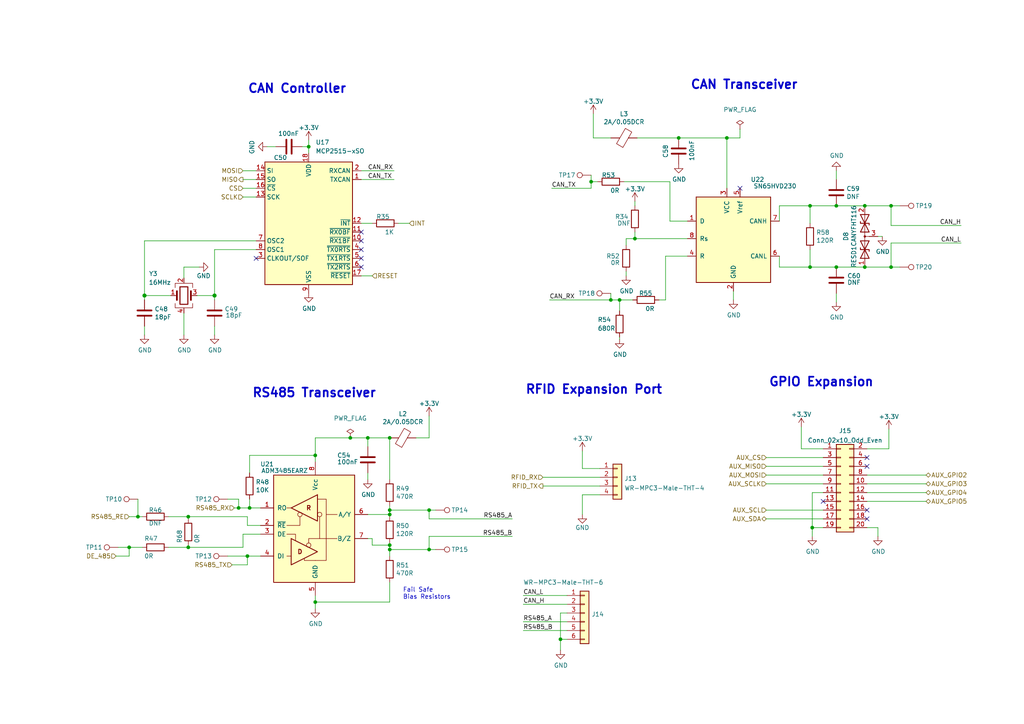
<source format=kicad_sch>
(kicad_sch (version 20211123) (generator eeschema)
  (paper "A4")
  (title_block (title "Yak") (date "2022-02-01") (rev "2") (company "Pionix GmbH") (comment 1 "Cornelius Claussen"))
  (lib_symbols
    (symbol "Connector:TestPoint" (pin_numbers hide) (pin_names (offset 0.762) hide)
      (property "Reference" "TP" (at 0 6.858 0))
      (property "Value" "TestPoint" (at 0 5.08 0))
      (symbol "TestPoint_0_1"
        (circle (center 0 3.302) (radius 0.762))
      )
      (symbol "TestPoint_1_1"
        (pin passive line (at 0 0 90) (length 2.54) (name "1") (number "1"))
      )
    )
    (symbol "Connector_Generic:Conn_01x04" (pin_names (offset 1.016) hide)
      (property "Reference" "J" (at 0 5.08 0))
      (property "Value" "Conn_01x04" (at 0 -7.62 0))
      (symbol "Conn_01x04_1_1"
        (rectangle (start -1.27 -4.953) (end 0 -5.207) (stroke (width 0.1524)))
        (rectangle (start -1.27 -2.413) (end 0 -2.667) (stroke (width 0.1524)))
        (rectangle (start -1.27 0.127) (end 0 -0.127) (stroke (width 0.1524)))
        (rectangle (start -1.27 2.667) (end 0 2.413) (stroke (width 0.1524)))
        (rectangle (start -1.27 3.81) (end 1.27 -6.35) (stroke (width 0.254)) (fill (type background)))
        (pin passive line (at -5.08 2.54 0) (length 3.81) (name "Pin_1") (number "1"))
        (pin passive line (at -5.08 0 0) (length 3.81) (name "Pin_2") (number "2"))
        (pin passive line (at -5.08 -2.54 0) (length 3.81) (name "Pin_3") (number "3"))
        (pin passive line (at -5.08 -5.08 0) (length 3.81) (name "Pin_4") (number "4"))
      )
    )
    (symbol "Connector_Generic:Conn_01x06" (pin_names (offset 1.016) hide)
      (property "Reference" "J" (at 0 7.62 0))
      (property "Value" "Conn_01x06" (at 0 -10.16 0))
      (symbol "Conn_01x06_1_1"
        (rectangle (start -1.27 -7.493) (end 0 -7.747) (stroke (width 0.1524)))
        (rectangle (start -1.27 -4.953) (end 0 -5.207) (stroke (width 0.1524)))
        (rectangle (start -1.27 -2.413) (end 0 -2.667) (stroke (width 0.1524)))
        (rectangle (start -1.27 0.127) (end 0 -0.127) (stroke (width 0.1524)))
        (rectangle (start -1.27 2.667) (end 0 2.413) (stroke (width 0.1524)))
        (rectangle (start -1.27 5.207) (end 0 4.953) (stroke (width 0.1524)))
        (rectangle (start -1.27 6.35) (end 1.27 -8.89) (stroke (width 0.254)) (fill (type background)))
        (pin passive line (at -5.08 5.08 0) (length 3.81) (name "Pin_1") (number "1"))
        (pin passive line (at -5.08 2.54 0) (length 3.81) (name "Pin_2") (number "2"))
        (pin passive line (at -5.08 0 0) (length 3.81) (name "Pin_3") (number "3"))
        (pin passive line (at -5.08 -2.54 0) (length 3.81) (name "Pin_4") (number "4"))
        (pin passive line (at -5.08 -5.08 0) (length 3.81) (name "Pin_5") (number "5"))
        (pin passive line (at -5.08 -7.62 0) (length 3.81) (name "Pin_6") (number "6"))
      )
    )
    (symbol "Connector_Generic:Conn_02x10_Odd_Even" (pin_names (offset 1.016) hide)
      (property "Reference" "J" (at 1.27 12.7 0))
      (property "Value" "Conn_02x10_Odd_Even" (at 1.27 -15.24 0))
      (symbol "Conn_02x10_Odd_Even_1_1"
        (rectangle (start -1.27 -12.573) (end 0 -12.827) (stroke (width 0.1524)))
        (rectangle (start -1.27 -10.033) (end 0 -10.287) (stroke (width 0.1524)))
        (rectangle (start -1.27 -7.493) (end 0 -7.747) (stroke (width 0.1524)))
        (rectangle (start -1.27 -4.953) (end 0 -5.207) (stroke (width 0.1524)))
        (rectangle (start -1.27 -2.413) (end 0 -2.667) (stroke (width 0.1524)))
        (rectangle (start -1.27 0.127) (end 0 -0.127) (stroke (width 0.1524)))
        (rectangle (start -1.27 2.667) (end 0 2.413) (stroke (width 0.1524)))
        (rectangle (start -1.27 5.207) (end 0 4.953) (stroke (width 0.1524)))
        (rectangle (start -1.27 7.747) (end 0 7.493) (stroke (width 0.1524)))
        (rectangle (start -1.27 10.287) (end 0 10.033) (stroke (width 0.1524)))
        (rectangle (start -1.27 11.43) (end 3.81 -13.97) (stroke (width 0.254)) (fill (type background)))
        (rectangle (start 3.81 -12.573) (end 2.54 -12.827) (stroke (width 0.1524)))
        (rectangle (start 3.81 -10.033) (end 2.54 -10.287) (stroke (width 0.1524)))
        (rectangle (start 3.81 -7.493) (end 2.54 -7.747) (stroke (width 0.1524)))
        (rectangle (start 3.81 -4.953) (end 2.54 -5.207) (stroke (width 0.1524)))
        (rectangle (start 3.81 -2.413) (end 2.54 -2.667) (stroke (width 0.1524)))
        (rectangle (start 3.81 0.127) (end 2.54 -0.127) (stroke (width 0.1524)))
        (rectangle (start 3.81 2.667) (end 2.54 2.413) (stroke (width 0.1524)))
        (rectangle (start 3.81 5.207) (end 2.54 4.953) (stroke (width 0.1524)))
        (rectangle (start 3.81 7.747) (end 2.54 7.493) (stroke (width 0.1524)))
        (rectangle (start 3.81 10.287) (end 2.54 10.033) (stroke (width 0.1524)))
        (pin passive line (at -5.08 10.16 0) (length 3.81) (name "Pin_1") (number "1"))
        (pin passive line (at 7.62 0 180) (length 3.81) (name "Pin_10") (number "10"))
        (pin passive line (at -5.08 -2.54 0) (length 3.81) (name "Pin_11") (number "11"))
        (pin passive line (at 7.62 -2.54 180) (length 3.81) (name "Pin_12") (number "12"))
        (pin passive line (at -5.08 -5.08 0) (length 3.81) (name "Pin_13") (number "13"))
        (pin passive line (at 7.62 -5.08 180) (length 3.81) (name "Pin_14") (number "14"))
        (pin passive line (at -5.08 -7.62 0) (length 3.81) (name "Pin_15") (number "15"))
        (pin passive line (at 7.62 -7.62 180) (length 3.81) (name "Pin_16") (number "16"))
        (pin passive line (at -5.08 -10.16 0) (length 3.81) (name "Pin_17") (number "17"))
        (pin passive line (at 7.62 -10.16 180) (length 3.81) (name "Pin_18") (number "18"))
        (pin passive line (at -5.08 -12.7 0) (length 3.81) (name "Pin_19") (number "19"))
        (pin passive line (at 7.62 10.16 180) (length 3.81) (name "Pin_2") (number "2"))
        (pin passive line (at 7.62 -12.7 180) (length 3.81) (name "Pin_20") (number "20"))
        (pin passive line (at -5.08 7.62 0) (length 3.81) (name "Pin_3") (number "3"))
        (pin passive line (at 7.62 7.62 180) (length 3.81) (name "Pin_4") (number "4"))
        (pin passive line (at -5.08 5.08 0) (length 3.81) (name "Pin_5") (number "5"))
        (pin passive line (at 7.62 5.08 180) (length 3.81) (name "Pin_6") (number "6"))
        (pin passive line (at -5.08 2.54 0) (length 3.81) (name "Pin_7") (number "7"))
        (pin passive line (at 7.62 2.54 180) (length 3.81) (name "Pin_8") (number "8"))
        (pin passive line (at -5.08 0 0) (length 3.81) (name "Pin_9") (number "9"))
      )
    )
    (symbol "Device:C" (pin_numbers hide) (pin_names (offset 0.254))
      (property "Reference" "C" (at 0.635 2.54 0))
      (property "Value" "C" (at 0.635 -2.54 0))
      (symbol "C_0_1"
        (polyline (pts (xy -2.032 -0.762) (xy 2.032 -0.762)) (stroke (width 0.508)))
        (polyline (pts (xy -2.032 0.762) (xy 2.032 0.762)) (stroke (width 0.508)))
      )
      (symbol "C_1_1"
        (pin passive line (at 0 3.81 270) (length 2.794) (name "~") (number "1"))
        (pin passive line (at 0 -3.81 90) (length 2.794) (name "~") (number "2"))
      )
    )
    (symbol "Device:Crystal_GND24" (pin_names (offset 1.016) hide)
      (property "Reference" "Y" (at 3.175 5.08 0))
      (property "Value" "Crystal_GND24" (at 3.175 3.175 0))
      (symbol "Crystal_GND24_0_1"
        (rectangle (start -1.143 2.54) (end 1.143 -2.54) (stroke (width 0.3048)))
        (polyline (pts (xy -2.54 0) (xy -2.032 0)))
        (polyline (pts (xy -2.032 -1.27) (xy -2.032 1.27)) (stroke (width 0.508)))
        (polyline (pts (xy 0 -3.81) (xy 0 -3.556)))
        (polyline (pts (xy 0 3.556) (xy 0 3.81)))
        (polyline (pts (xy 2.032 -1.27) (xy 2.032 1.27)) (stroke (width 0.508)))
        (polyline (pts (xy 2.032 0) (xy 2.54 0)))
        (polyline (pts (xy -2.54 -2.286) (xy -2.54 -3.556) (xy 2.54 -3.556) (xy 2.54 -2.286)))
        (polyline (pts (xy -2.54 2.286) (xy -2.54 3.556) (xy 2.54 3.556) (xy 2.54 2.286)))
      )
      (symbol "Crystal_GND24_1_1"
        (pin passive line (at -3.81 0 0) (length 1.27) (name "1") (number "1"))
        (pin passive line (at 0 5.08 270) (length 1.27) (name "2") (number "2"))
        (pin passive line (at 3.81 0 180) (length 1.27) (name "3") (number "3"))
        (pin passive line (at 0 -5.08 90) (length 1.27) (name "4") (number "4"))
      )
    )
    (symbol "Device:D_TVS_Dual_AAC" (pin_names (offset 1.016) hide)
      (property "Reference" "D" (at 0 4.445 0))
      (property "Value" "D_TVS_Dual_AAC" (at 0 2.54 0))
      (symbol "D_TVS_Dual_AAC_0_0"
        (polyline (pts (xy 0 -1.27) (xy 0 0)))
      )
      (symbol "D_TVS_Dual_AAC_0_1"
        (polyline (pts (xy -6.35 0) (xy 6.35 0)))
        (polyline (pts (xy -3.302 1.27) (xy -3.81 1.27) (xy -3.81 -1.27) (xy -4.318 -1.27)) (stroke (width 0.254)))
        (polyline (pts (xy 4.318 1.27) (xy 3.81 1.27) (xy 3.81 -1.27) (xy 3.302 -1.27)) (stroke (width 0.254)))
        (polyline (pts (xy -6.35 1.27) (xy -1.27 -1.27) (xy -1.27 1.27) (xy -6.35 -1.27) (xy -6.35 1.27)) (stroke (width 0.254)))
        (polyline (pts (xy 6.35 1.27) (xy 1.27 -1.27) (xy 1.27 1.27) (xy 6.35 -1.27) (xy 6.35 1.27)) (stroke (width 0.254)))
        (circle (center 0 0) (radius 0.254) (fill (type outline)))
      )
      (symbol "D_TVS_Dual_AAC_1_1"
        (pin passive line (at -8.89 0 0) (length 2.54) (name "A1") (number "1"))
        (pin passive line (at 8.89 0 180) (length 2.54) (name "A2") (number "2"))
        (pin input line (at 0 -3.81 90) (length 2.54) (name "common") (number "3"))
      )
    )
    (symbol "Device:FerriteBead" (pin_numbers hide) (pin_names (offset 0))
      (property "Reference" "FB" (at -3.81 0.635 90))
      (property "Value" "FerriteBead" (at 3.81 0 90))
      (symbol "FerriteBead_0_1"
        (polyline (pts (xy 0 -1.27) (xy 0 -1.2192)))
        (polyline (pts (xy 0 1.27) (xy 0 1.2954)))
        (polyline (pts (xy -2.7686 0.4064) (xy -1.7018 2.2606) (xy 2.7686 -0.3048) (xy 1.6764 -2.159) (xy -2.7686 0.4064)))
      )
      (symbol "FerriteBead_1_1"
        (pin passive line (at 0 3.81 270) (length 2.54) (name "~") (number "1"))
        (pin passive line (at 0 -3.81 90) (length 2.54) (name "~") (number "2"))
      )
    )
    (symbol "Device:R" (pin_numbers hide) (pin_names (offset 0))
      (property "Reference" "R" (at 2.032 0 90))
      (property "Value" "R" (at 0 0 90))
      (symbol "R_0_1"
        (rectangle (start -1.016 -2.54) (end 1.016 2.54) (stroke (width 0.254)))
      )
      (symbol "R_1_1"
        (pin passive line (at 0 3.81 270) (length 1.27) (name "~") (number "1"))
        (pin passive line (at 0 -3.81 90) (length 1.27) (name "~") (number "2"))
      )
    )
    (symbol "Interface_CAN_LIN:MCP2515-xSO"
      (property "Reference" "U" (at -10.16 19.685 0))
      (property "Value" "MCP2515-xSO" (at 19.05 20.32 0))
      (symbol "MCP2515-xSO_0_1"
        (rectangle (start -12.7 17.78) (end 12.7 -17.78) (stroke (width 0.254)) (fill (type background)))
      )
      (symbol "MCP2515-xSO_1_1"
        (pin output line (at 15.24 12.7 180) (length 2.54) (name "TXCAN") (number "1"))
        (pin output line (at 15.24 -5.08 180) (length 2.54) (name "~{RX1BF}") (number "10"))
        (pin output line (at 15.24 -2.54 180) (length 2.54) (name "~{RX0BF}") (number "11"))
        (pin output line (at 15.24 0 180) (length 2.54) (name "~{INT}") (number "12"))
        (pin input line (at -15.24 7.62 0) (length 2.54) (name "SCK") (number "13"))
        (pin input line (at -15.24 15.24 0) (length 2.54) (name "SI") (number "14"))
        (pin output line (at -15.24 12.7 0) (length 2.54) (name "SO") (number "15"))
        (pin input line (at -15.24 10.16 0) (length 2.54) (name "~{CS}") (number "16"))
        (pin input line (at 15.24 -15.24 180) (length 2.54) (name "~{RESET}") (number "17"))
        (pin power_in line (at 0 20.32 270) (length 2.54) (name "VDD") (number "18"))
        (pin input line (at 15.24 15.24 180) (length 2.54) (name "RXCAN") (number "2"))
        (pin output line (at -15.24 -10.16 0) (length 2.54) (name "CLKOUT/SOF") (number "3"))
        (pin input line (at 15.24 -7.62 180) (length 2.54) (name "~{TX0RTS}") (number "4"))
        (pin input line (at 15.24 -10.16 180) (length 2.54) (name "~{TX1RTS}") (number "5"))
        (pin input line (at 15.24 -12.7 180) (length 2.54) (name "~{TX2RTS}") (number "6"))
        (pin output line (at -15.24 -5.08 0) (length 2.54) (name "OSC2") (number "7"))
        (pin input line (at -15.24 -7.62 0) (length 2.54) (name "OSC1") (number "8"))
        (pin power_in line (at 0 -20.32 90) (length 2.54) (name "VSS") (number "9"))
      )
    )
    (symbol "Pionix:ISL83485" (pin_names (offset 1.016))
      (property "Reference" "U21" (at -13.97 20.32 0))
      (property "Value" "ISL83485" (at -8.89 18.415 0))
      (symbol "ISL83485_0_0"
        (text "D" (at -4.445 -5.08 0) (effects (font (size 1.27 1.27) bold)))
        (text "R" (at -1.905 7.62 0) (effects (font (size 1.27 1.27) bold)))
      )
      (symbol "ISL83485_0_1"
        (rectangle (start -12.065 17.145) (end 11.43 -13.97) (stroke (width 0.254)) (fill (type background)))
        (polyline (pts (xy -8.255 -6.35) (xy -6.985 -6.35)))
        (polyline (pts (xy -6.985 7.62) (xy -8.255 7.62)))
        (polyline (pts (xy 1.27 -1.27) (xy 6.35 -1.27)))
        (polyline (pts (xy 3.175 -6.35) (xy 3.175 -2.54)))
        (polyline (pts (xy 3.175 -2.54) (xy 3.175 10.16)))
        (polyline (pts (xy -5.715 -1.905) (xy -5.715 0) (xy -8.255 0)))
        (polyline (pts (xy -4.445 5.08) (xy -4.445 2.54) (xy -8.255 2.54)))
        (polyline (pts (xy 0 -7.62) (xy -3.175 -7.62) (xy -3.175 -6.985)))
        (polyline (pts (xy 3.175 -6.35) (xy 3.175 -7.62) (xy 0 -7.62)))
        (polyline (pts (xy 3.175 10.16) (xy 0.635 10.16) (xy 0.635 10.16)))
        (polyline (pts (xy 1.27 5.08) (xy 1.27 -1.27) (xy -1.905 -1.27) (xy -1.905 -2.54)))
        (polyline (pts (xy -6.985 -1.27) (xy -6.985 -8.89) (xy 0.635 -5.08) (xy -6.985 -1.27) (xy -6.985 -1.27)) (stroke (width 0.254)))
        (polyline (pts (xy 0.635 11.43) (xy 0.635 3.81) (xy -6.985 7.62) (xy 0.635 11.43) (xy 0.635 11.43)) (stroke (width 0.254)))
        (circle (center 1.27 5.715) (radius 0.635))
        (rectangle (start 3.175 5.715) (end 6.35 5.715))
      )
      (symbol "ISL83485_1_1"
        (circle (center -4.445 5.715) (radius 0.635))
        (circle (center -1.905 -3.175) (radius 0.635))
        (pin output line (at -15.875 7.62 0) (length 3.81) (name "RO") (number "1"))
        (pin input line (at -15.875 2.54 0) (length 3.81) (name "~{RE}") (number "2"))
        (pin input line (at -15.875 0 0) (length 3.81) (name "DE") (number "3"))
        (pin input line (at -15.875 -6.35 0) (length 3.81) (name "DI") (number "4"))
        (pin power_in line (at 0 -17.78 90) (length 3.81) (name "GND") (number "5"))
        (pin output line (at 15.24 5.715 180) (length 3.81) (name "A/Y") (number "6"))
        (pin input line (at 15.24 -1.27 180) (length 3.81) (name "B/Z") (number "7"))
        (pin power_in line (at 0 20.955 270) (length 3.81) (name "Vcc") (number "8"))
      )
    )
    (symbol "Pionix:SN65HVD230" (pin_names (offset 1.016))
      (property "Reference" "U22" (at 6.985 17.145 0))
      (property "Value" "SN65HVD230" (at 12.065 15.24 0))
      (symbol "SN65HVD230_0_1"
        (rectangle (start -10.795 12.065) (end 10.795 -12.7) (stroke (width 0.254)) (fill (type background)))
      )
      (symbol "SN65HVD230_1_1"
        (pin input line (at -13.335 5.08 0) (length 2.54) (name "D") (number "1"))
        (pin power_in line (at 0 -15.24 90) (length 2.54) (name "GND") (number "2"))
        (pin power_in line (at -1.905 14.605 270) (length 2.54) (name "VCC") (number "3"))
        (pin output line (at -13.335 -5.08 0) (length 2.54) (name "R") (number "4"))
        (pin output line (at 1.905 14.605 270) (length 2.54) (name "Vref") (number "5"))
        (pin bidirectional line (at 13.335 -5.08 180) (length 2.54) (name "CANL") (number "6"))
        (pin bidirectional line (at 13.335 5.08 180) (length 2.54) (name "CANH") (number "7"))
        (pin input line (at -13.335 0 0) (length 2.54) (name "Rs") (number "8"))
      )
    )
    (symbol "power:+3.3V" (power) (pin_names (offset 0))
      (property "Value" "+3.3V" (at 0 3.556 0))
      (symbol "+3.3V_0_1"
        (polyline (pts (xy -0.762 1.27) (xy 0 2.54)))
        (polyline (pts (xy 0 0) (xy 0 2.54)))
        (polyline (pts (xy 0 2.54) (xy 0.762 1.27)))
      )
      (symbol "+3.3V_1_1"
        (pin power_in line (at 0 0 90) (length 0) hide (name "+3.3V") (number "1"))
      )
    )
    (symbol "power:GND" (power) (pin_names (offset 0))
      (property "Value" "GND" (at 0 -3.81 0))
      (symbol "GND_0_1"
        (polyline (pts (xy 0 0) (xy 0 -1.27) (xy 1.27 -1.27) (xy 0 -2.54) (xy -1.27 -1.27) (xy 0 -1.27)))
      )
      (symbol "GND_1_1"
        (pin power_in line (at 0 0 270) (length 0) hide (name "GND") (number "1"))
      )
    )
    (symbol "power:PWR_FLAG" (power) (pin_numbers hide) (pin_names (offset 0) hide)
      (property "Value" "PWR_FLAG" (at 0 3.81 0))
      (symbol "PWR_FLAG_0_0"
        (pin power_out line (at 0 0 90) (length 0) (name "pwr") (number "1"))
      )
      (symbol "PWR_FLAG_0_1"
        (polyline (pts (xy 0 0) (xy 0 1.27) (xy -1.016 1.905) (xy 0 2.54) (xy 1.016 1.905) (xy 0 1.27)))
      )
    )
  )
  (junction (at 234.95 59.69))
  (junction (at 72.39 147.32))
  (junction (at 258.445 59.69))
  (junction (at 106.68 127))
  (junction (at 242.57 59.69))
  (junction (at 41.91 85.725) (diameter 1.016))
  (junction (at 124.46 147.955))
  (junction (at 113.03 159.385))
  (junction (at 210.82 40.005))
  (junction (at 196.85 40.005))
  (junction (at 71.755 161.29))
  (junction (at 113.03 149.225))
  (junction (at 62.23 85.725) (diameter 1.016))
  (junction (at 177.165 86.995))
  (junction (at 54.61 158.75))
  (junction (at 234.95 77.47))
  (junction (at 162.56 185.42))
  (junction (at 179.705 86.995))
  (junction (at 171.45 52.705))
  (junction (at 113.03 127))
  (junction (at 89.535 42.545))
  (junction (at 113.03 147.955))
  (junction (at 124.46 159.385))
  (junction (at 37.465 158.75))
  (junction (at 91.44 132.08))
  (junction (at 250.825 59.69))
  (junction (at 91.44 174.625))
  (junction (at 242.57 77.47))
  (junction (at 101.6 127))
  (junction (at 54.61 149.86))
  (junction (at 69.215 147.32))
  (junction (at 235.585 153.035))
  (junction (at 40.005 149.86))
  (junction (at 258.445 77.47))
  (junction (at 250.825 77.47))
  (junction (at 113.03 158.115))
  (junction (at 184.15 69.215))
  (no_connect (at 74.295 74.93))
  (no_connect (at 104.775 72.39))
  (no_connect (at 104.775 74.93))
  (no_connect (at 104.775 77.47))
  (no_connect (at 214.63 54.61))
  (no_connect (at 104.775 67.31))
  (no_connect (at 104.775 69.85))
  (no_connect (at 251.46 147.955))
  (no_connect (at 251.46 132.715))
  (no_connect (at 251.46 135.255))
  (no_connect (at 238.76 145.415))
  (no_connect (at 251.46 150.495))
  (wire (pts (xy 191.135 86.995) (xy 193.04 86.995)))
  (wire (pts (xy 179.705 98.425) (xy 179.705 97.79)))
  (wire (pts (xy 222.25 137.795) (xy 238.76 137.795)))
  (wire (pts (xy 104.775 64.77) (xy 107.95 64.77)))
  (wire (pts (xy 113.03 174.625) (xy 113.03 168.91)))
  (wire (pts (xy 151.765 180.34) (xy 164.465 180.34)))
  (wire (pts (xy 124.46 150.495) (xy 124.46 147.955)))
  (wire (pts (xy 104.775 52.07) (xy 114.3 52.07)))
  (wire (pts (xy 54.61 158.75) (xy 70.485 158.75)))
  (wire (pts (xy 184.785 40.005) (xy 196.85 40.005)))
  (wire (pts (xy 234.95 72.39) (xy 234.95 77.47)))
  (wire (pts (xy 151.765 182.88) (xy 164.465 182.88)))
  (wire (pts (xy 113.03 147.955) (xy 113.03 146.685)))
  (wire (pts (xy 232.41 130.175) (xy 238.76 130.175)))
  (wire (pts (xy 232.41 123.825) (xy 232.41 130.175)))
  (wire (pts (xy 210.82 54.61) (xy 210.82 40.005)))
  (wire (pts (xy 151.765 172.72) (xy 164.465 172.72)))
  (wire (pts (xy 124.46 120.65) (xy 124.46 127)))
  (wire (pts (xy 37.465 158.75) (xy 37.465 161.29)))
  (wire (pts (xy 194.31 64.135) (xy 194.31 52.705)))
  (wire (pts (xy 168.91 130.81) (xy 168.91 135.89)))
  (wire (pts (xy 168.91 135.89) (xy 173.99 135.89)))
  (wire (pts (xy 91.44 132.08) (xy 91.44 133.985)))
  (wire (pts (xy 106.68 156.21) (xy 107.95 156.21)))
  (wire (pts (xy 106.68 139.065) (xy 106.68 137.16)))
  (wire (pts (xy 91.44 176.53) (xy 91.44 174.625)))
  (wire (pts (xy 72.39 147.32) (xy 72.39 144.78)))
  (wire (pts (xy 41.91 86.995) (xy 41.91 85.725)))
  (wire (pts (xy 251.46 153.035) (xy 254.635 153.035)))
  (wire (pts (xy 254.635 153.035) (xy 254.635 155.575)))
  (wire (pts (xy 91.44 127) (xy 101.6 127)))
  (wire (pts (xy 72.39 132.08) (xy 91.44 132.08)))
  (wire (pts (xy 250.825 77.47) (xy 242.57 77.47)))
  (wire (pts (xy 66.04 161.29) (xy 71.755 161.29)))
  (wire (pts (xy 242.57 85.09) (xy 242.57 87.63)))
  (wire (pts (xy 70.485 54.61) (xy 74.295 54.61)))
  (wire (pts (xy 113.03 149.225) (xy 113.03 147.955)))
  (wire (pts (xy 234.95 59.69) (xy 234.95 64.77)))
  (wire (pts (xy 107.95 158.115) (xy 113.03 158.115)))
  (wire (pts (xy 70.485 52.07) (xy 74.295 52.07)))
  (wire (pts (xy 87.63 42.545) (xy 89.535 42.545)))
  (wire (pts (xy 69.215 147.32) (xy 72.39 147.32)))
  (wire (pts (xy 181.61 78.74) (xy 181.61 80.01)))
  (wire (pts (xy 120.65 127) (xy 124.46 127)))
  (wire (pts (xy 177.165 40.005) (xy 172.085 40.005)))
  (wire (pts (xy 124.46 159.385) (xy 126.365 159.385)))
  (wire (pts (xy 67.945 147.32) (xy 69.215 147.32)))
  (wire (pts (xy 172.085 33.02) (xy 172.085 40.005)))
  (wire (pts (xy 184.15 67.31) (xy 184.15 69.215)))
  (wire (pts (xy 113.03 159.385) (xy 113.03 158.115)))
  (wire (pts (xy 181.61 69.215) (xy 184.15 69.215)))
  (wire (pts (xy 171.45 50.8) (xy 171.45 52.705)))
  (wire (pts (xy 251.46 145.415) (xy 268.605 145.415)))
  (wire (pts (xy 173.355 52.705) (xy 171.45 52.705)))
  (wire (pts (xy 62.23 94.615) (xy 62.23 97.155)))
  (wire (pts (xy 113.03 127) (xy 113.03 139.065)))
  (wire (pts (xy 258.445 70.485) (xy 258.445 77.47)))
  (wire (pts (xy 278.765 70.485) (xy 258.445 70.485)))
  (wire (pts (xy 54.61 149.86) (xy 54.61 150.495)))
  (wire (pts (xy 222.25 135.255) (xy 238.76 135.255)))
  (wire (pts (xy 222.25 140.335) (xy 238.76 140.335)))
  (wire (pts (xy 41.91 94.615) (xy 41.91 97.155)))
  (wire (pts (xy 226.06 77.47) (xy 234.95 77.47)))
  (wire (pts (xy 234.95 77.47) (xy 242.57 77.47)))
  (wire (pts (xy 258.445 59.69) (xy 258.445 65.405)))
  (wire (pts (xy 258.445 65.405) (xy 278.765 65.405)))
  (wire (pts (xy 113.03 161.29) (xy 113.03 159.385)))
  (wire (pts (xy 74.295 72.39) (xy 62.23 72.39)))
  (wire (pts (xy 75.565 154.94) (xy 70.485 154.94)))
  (wire (pts (xy 71.755 163.83) (xy 71.755 161.29)))
  (wire (pts (xy 162.56 185.42) (xy 164.465 185.42)))
  (wire (pts (xy 162.56 188.595) (xy 162.56 185.42)))
  (wire (pts (xy 57.785 77.47) (xy 53.34 77.47)))
  (wire (pts (xy 70.485 57.15) (xy 74.295 57.15)))
  (wire (pts (xy 106.68 127) (xy 113.03 127)))
  (wire (pts (xy 210.82 40.005) (xy 214.63 40.005)))
  (wire (pts (xy 212.725 86.995) (xy 212.725 84.455)))
  (wire (pts (xy 184.15 58.42) (xy 184.15 59.69)))
  (wire (pts (xy 171.45 54.61) (xy 171.45 52.705)))
  (wire (pts (xy 184.15 69.215) (xy 199.39 69.215)))
  (wire (pts (xy 40.005 149.86) (xy 37.465 149.86)))
  (wire (pts (xy 41.275 149.86) (xy 40.005 149.86)))
  (wire (pts (xy 251.46 140.335) (xy 268.605 140.335)))
  (wire (pts (xy 254.635 68.58) (xy 255.905 68.58)))
  (wire (pts (xy 69.215 144.78) (xy 69.215 147.32)))
  (wire (pts (xy 193.04 74.295) (xy 199.39 74.295)))
  (wire (pts (xy 54.61 149.86) (xy 71.755 149.86)))
  (wire (pts (xy 226.06 59.69) (xy 226.06 64.135)))
  (wire (pts (xy 124.46 155.575) (xy 124.46 159.385)))
  (wire (pts (xy 148.59 155.575) (xy 124.46 155.575)))
  (wire (pts (xy 251.46 130.175) (xy 257.81 130.175)))
  (wire (pts (xy 257.81 124.46) (xy 257.81 130.175)))
  (wire (pts (xy 168.91 143.51) (xy 173.99 143.51)))
  (wire (pts (xy 168.91 149.225) (xy 168.91 143.51)))
  (wire (pts (xy 235.585 153.035) (xy 235.585 155.575)))
  (wire (pts (xy 238.76 153.035) (xy 235.585 153.035)))
  (wire (pts (xy 250.825 59.69) (xy 258.445 59.69)))
  (wire (pts (xy 258.445 59.69) (xy 260.985 59.69)))
  (wire (pts (xy 193.04 74.295) (xy 193.04 86.995)))
  (wire (pts (xy 160.02 54.61) (xy 171.45 54.61)))
  (wire (pts (xy 226.06 59.69) (xy 234.95 59.69)))
  (wire (pts (xy 234.95 59.69) (xy 242.57 59.69)))
  (wire (pts (xy 104.775 49.53) (xy 114.3 49.53)))
  (wire (pts (xy 91.44 174.625) (xy 113.03 174.625)))
  (wire (pts (xy 157.48 138.43) (xy 173.99 138.43)))
  (wire (pts (xy 180.975 52.705) (xy 194.31 52.705)))
  (wire (pts (xy 91.44 127) (xy 91.44 132.08)))
  (wire (pts (xy 66.04 144.78) (xy 69.215 144.78)))
  (wire (pts (xy 34.29 158.75) (xy 37.465 158.75)))
  (wire (pts (xy 40.005 144.78) (xy 40.005 149.86)))
  (wire (pts (xy 41.91 85.725) (xy 49.53 85.725)))
  (wire (pts (xy 113.03 159.385) (xy 124.46 159.385)))
  (wire (pts (xy 251.46 142.875) (xy 268.605 142.875)))
  (wire (pts (xy 48.895 158.75) (xy 54.61 158.75)))
  (wire (pts (xy 250.825 77.47) (xy 258.445 77.47)))
  (wire (pts (xy 258.445 77.47) (xy 260.985 77.47)))
  (wire (pts (xy 101.6 127) (xy 106.68 127)))
  (wire (pts (xy 222.25 147.955) (xy 238.76 147.955)))
  (wire (pts (xy 222.25 150.495) (xy 238.76 150.495)))
  (wire (pts (xy 75.565 152.4) (xy 71.755 152.4)))
  (wire (pts (xy 48.895 149.86) (xy 54.61 149.86)))
  (wire (pts (xy 41.91 69.85) (xy 41.91 85.725)))
  (wire (pts (xy 37.465 161.29) (xy 33.655 161.29)))
  (wire (pts (xy 70.485 158.75) (xy 70.485 154.94)))
  (wire (pts (xy 77.47 42.545) (xy 80.01 42.545)))
  (wire (pts (xy 57.15 85.725) (xy 62.23 85.725)))
  (wire (pts (xy 226.06 74.295) (xy 226.06 77.47)))
  (wire (pts (xy 62.23 72.39) (xy 62.23 85.725)))
  (wire (pts (xy 37.465 158.75) (xy 41.275 158.75)))
  (wire (pts (xy 89.535 42.545) (xy 89.535 44.45)))
  (wire (pts (xy 70.485 49.53) (xy 74.295 49.53)))
  (wire (pts (xy 199.39 64.135) (xy 194.31 64.135)))
  (wire (pts (xy 177.165 86.995) (xy 179.705 86.995)))
  (wire (pts (xy 71.755 161.29) (xy 75.565 161.29)))
  (wire (pts (xy 164.465 177.8) (xy 162.56 177.8)))
  (wire (pts (xy 162.56 177.8) (xy 162.56 185.42)))
  (wire (pts (xy 251.46 137.795) (xy 268.605 137.795)))
  (wire (pts (xy 75.565 147.32) (xy 72.39 147.32)))
  (wire (pts (xy 115.57 64.77) (xy 118.745 64.77)))
  (wire (pts (xy 235.585 142.875) (xy 235.585 153.035)))
  (wire (pts (xy 238.76 142.875) (xy 235.585 142.875)))
  (wire (pts (xy 113.03 149.86) (xy 113.03 149.225)))
  (wire (pts (xy 196.85 40.005) (xy 210.82 40.005)))
  (wire (pts (xy 104.775 80.01) (xy 107.95 80.01)))
  (wire (pts (xy 151.765 175.26) (xy 164.465 175.26)))
  (wire (pts (xy 242.57 52.07) (xy 242.57 49.53)))
  (wire (pts (xy 179.705 86.995) (xy 183.515 86.995)))
  (wire (pts (xy 214.63 40.005) (xy 214.63 37.465)))
  (wire (pts (xy 106.68 129.54) (xy 106.68 127)))
  (wire (pts (xy 124.46 150.495) (xy 148.59 150.495)))
  (wire (pts (xy 53.34 77.47) (xy 53.34 80.645)))
  (wire (pts (xy 157.48 140.97) (xy 173.99 140.97)))
  (wire (pts (xy 41.91 69.85) (xy 74.295 69.85)))
  (wire (pts (xy 177.165 85.09) (xy 177.165 86.995)))
  (wire (pts (xy 53.34 90.805) (xy 53.34 97.155)))
  (wire (pts (xy 124.46 147.955) (xy 126.365 147.955)))
  (wire (pts (xy 62.23 85.725) (xy 62.23 86.995)))
  (wire (pts (xy 159.385 86.995) (xy 177.165 86.995)))
  (wire (pts (xy 222.25 132.715) (xy 238.76 132.715)))
  (wire (pts (xy 107.95 156.21) (xy 107.95 158.115)))
  (wire (pts (xy 91.44 172.72) (xy 91.44 174.625)))
  (wire (pts (xy 72.39 137.16) (xy 72.39 132.08)))
  (wire (pts (xy 71.755 152.4) (xy 71.755 149.86)))
  (wire (pts (xy 113.03 158.115) (xy 113.03 157.48)))
  (wire (pts (xy 181.61 69.215) (xy 181.61 71.12)))
  (wire (pts (xy 113.03 149.225) (xy 106.68 149.225)))
  (wire (pts (xy 179.705 90.17) (xy 179.705 86.995)))
  (wire (pts (xy 54.61 158.75) (xy 54.61 158.115)))
  (wire (pts (xy 113.03 147.955) (xy 124.46 147.955)))
  (wire (pts (xy 89.535 40.64) (xy 89.535 42.545)))
  (wire (pts (xy 250.825 59.69) (xy 242.57 59.69)))
  (wire (pts (xy 67.31 163.83) (xy 71.755 163.83)))
  (text "CAN Controller" (at 71.755 27.305 0) (effects (font (size 2.54 2.54) (thickness 0.508) bold) (justify left bottom)))
  (text "CAN Transceiver" (at 200.152 26.162 0) (effects (font (size 2.54 2.54) (thickness 0.508) bold) (justify left bottom)))
  (text "RS485 Transceiver" (at 73.025 115.57 0) (effects (font (size 2.54 2.54) (thickness 0.508) bold) (justify left bottom)))
  (text "GPIO Expansion" (at 222.885 112.395 0) (effects (font (size 2.54 2.54) (thickness 0.508) bold) (justify left bottom)))
  (text "RFID Expansion Port" (at 152.2731 114.5735 0) (effects (font (size 2.54 2.54) (thickness 0.508) bold) (justify left bottom)))
  (text "Fail Safe \nBias Resistors " (at 116.84 173.99 0) (effects (font (size 1.27 1.27)) (justify left bottom)))
  (label "CAN_L" (at 151.765 172.72 0))
  (label "CAN_TX" (at 106.68 52.07 0))
  (label "CAN_TX" (at 160.02 54.61 0))
  (label "RS485_A" (at 148.59 150.495 180))
  (label "CAN_H" (at 151.765 175.26 0))
  (label "CAN_H" (at 278.765 65.405 180))
  (label "RS485_B" (at 148.59 155.575 180))
  (label "CAN_RX" (at 106.68 49.53 0))
  (label "CAN_RX" (at 159.385 86.995 0))
  (label "RS485_B" (at 151.765 182.88 0))
  (label "RS485_A" (at 151.765 180.34 0))
  (label "CAN_L" (at 278.765 70.485 180))
  (hierarchical_label "AUX_MISO" (shape input) (at 222.25 135.255 180))
  (hierarchical_label "MOSI" (shape input) (at 70.485 49.53 180))
  (hierarchical_label "DE_485" (shape input) (at 33.655 161.29 180))
  (hierarchical_label "RS485_TX" (shape input) (at 67.31 163.83 180))
  (hierarchical_label "MISO" (shape output) (at 70.485 52.07 180))
  (hierarchical_label "AUX_GPIO4" (shape bidirectional) (at 268.605 142.875 0))
  (hierarchical_label "RFID_RX" (shape input) (at 157.48 138.43 180))
  (hierarchical_label "AUX_SCL" (shape input) (at 222.25 147.955 180))
  (hierarchical_label "AUX_SCLK" (shape input) (at 222.25 140.335 180))
  (hierarchical_label "AUX_GPIO2" (shape bidirectional) (at 268.605 137.795 0))
  (hierarchical_label "RESET" (shape input) (at 107.95 80.01 0))
  (hierarchical_label "RS485_RE" (shape input) (at 37.465 149.86 180))
  (hierarchical_label "AUX_MOSI" (shape input) (at 222.25 137.795 180))
  (hierarchical_label "RS485_RX" (shape input) (at 67.945 147.32 180))
  (hierarchical_label "AUX_GPIO3" (shape bidirectional) (at 268.605 140.335 0))
  (hierarchical_label "RFID_TX" (shape output) (at 157.48 140.97 180))
  (hierarchical_label "AUX_SDA" (shape bidirectional) (at 222.25 150.495 180))
  (hierarchical_label "INT" (shape input) (at 118.745 64.77 0))
  (hierarchical_label "AUX_GPIO5" (shape bidirectional) (at 268.605 145.415 0))
  (hierarchical_label "CS" (shape input) (at 70.485 54.61 180))
  (hierarchical_label "SCLK" (shape input) (at 70.485 57.15 180))
  (hierarchical_label "AUX_CS" (shape input) (at 222.25 132.715 180))
  (symbol (lib_id "Device:C") (at 242.57 81.28 0) (mirror x) (unit 1)
    (property "Reference" "C60" (at 245.745 80.01 0) (effects (justify left)))
    (property "Value" "DNF" (at 245.745 81.915 0) (effects (justify left)))
    (property "Footprint" "Capacitor_SMD:C_0603_1608Metric" (effects hide))
  )
  (symbol (lib_id "Device:C") (at 106.68 133.35 0) (unit 1)
    (property "Reference" "C54" (at 97.79 132.08 0) (effects (justify left)))
    (property "Value" "100nF" (at 97.79 133.985 0) (effects (justify left)))
    (property "Footprint" "Capacitor_SMD:C_0603_1608Metric" (effects hide))
    (property "Field4" "Farnell" (effects hide))
    (property "Field5" "9402047RL " (effects hide))
    (property "Field6" "CC0402KRX7R7BB104" (effects hide))
    (property "Field7" "Yageo" (effects hide))
    (property "STANDARD" "100nF 10% 16V Ceramic Capacitor X7R 0402 (1005 Metric)" (effects hide))
  )
  (symbol (lib_id "Device:C") (at 242.57 55.88 0) (unit 1)
    (property "Reference" "C59" (at 245.491 54.7116 0) (effects (justify left)))
    (property "Value" "DNF" (at 245.491 57.023 0) (effects (justify left)))
    (property "Footprint" "Capacitor_SMD:C_0603_1608Metric" (effects hide))
  )
  (symbol (lib_id "power:+3.3V") (at 257.81 124.46 0) (unit 1)
    (property "Reference" "#PWR0126" (effects hide))
    (property "Value" "+3.3V" (at 257.81 120.8555 0))
  )
  (symbol (lib_id "Device:R") (at 187.325 86.995 90) (unit 1)
    (property "Reference" "R55" (at 189.23 85.09 90) (effects (justify left)))
    (property "Value" "0R" (at 189.865 89.535 90) (effects (justify left)))
    (property "Footprint" "Resistor_SMD:R_0603_1608Metric" (effects hide))
    (property "Field4" "Digikey" (effects hide))
    (property "Field5" "CR0402AJ/-000GASCT-ND" (effects hide))
    (property "Field6" "CR0402AJ/-000GAS" (effects hide))
    (property "Field7" "Bourns Inc." (effects hide))
    (property "STANDARD" "Resistor 0R 0402 M1005 1% 63mW" (effects hide))
  )
  (symbol (lib_id "Device:R") (at 177.165 52.705 90) (unit 1)
    (property "Reference" "R53" (at 178.435 50.8 90) (effects (justify left)))
    (property "Value" "0R" (at 179.705 55.245 90) (effects (justify left)))
    (property "Footprint" "Resistor_SMD:R_0603_1608Metric" (effects hide))
    (property "Field4" "Digikey" (effects hide))
    (property "Field5" "CR0402AJ/-000GASCT-ND" (effects hide))
    (property "Field6" "CR0402AJ/-000GAS" (effects hide))
    (property "Field7" "Bourns Inc." (effects hide))
    (property "STANDARD" "Resistor 0R 0402 M1005 1% 63mW" (effects hide))
  )
  (symbol (lib_id "Interface_CAN_LIN:MCP2515-xSO") (at 89.535 64.77 0) (unit 1)
    (property "Reference" "U17" (at 91.5544 41.275 0) (effects (justify left)))
    (property "Value" "MCP2515-xSO" (at 91.5544 43.815 0) (effects (justify left)))
    (property "Footprint" "Package_SO:SOIC-18W_7.5x11.6mm_P1.27mm" (effects hide))
    (property "Datasheet" "http://ww1.microchip.com/downloads/en/DeviceDoc/21801e.pdf" (effects hide))
  )
  (symbol (lib_id "power:GND") (at 168.91 149.225 0) (unit 1)
    (property "Reference" "#PWR0118" (effects hide))
    (property "Value" "GND" (at 168.91 153.035 0))
  )
  (symbol (lib_id "Device:Crystal_GND24") (at 53.34 85.725 0) (unit 1)
    (property "Reference" "Y3" (at 44.45 79.375 0))
    (property "Value" "16MHz" (at 46.355 81.915 0))
    (property "Footprint" "Crystal:Crystal_SMD_Abracon_ABM8G-4Pin_3.2x2.5mm" (effects hide))
    (property "Field4" "Farnell" (effects hide))
    (property "Field5" "3228349" (effects hide))
    (property "Field7" "Abracon" (effects hide))
    (property "Field6" "ABM8-24.000MHZ-10-B1U-T" (effects hide))
    (property "Part Description" "Crystal, 24 MHz, SMD, 3.2mm x 2.5mm, 10 ppm, 10 pF, 10 ppm, ABM8" (effects hide))
  )
  (symbol (lib_id "power:GND") (at 57.785 77.47 90) (unit 1)
    (property "Reference" "#PWR0152" (effects hide))
    (property "Value" "GND" (at 59.055 80.01 90))
  )
  (symbol (lib_id "power:+3.3V") (at 124.46 120.65 0) (unit 1)
    (property "Reference" "#PWR0117" (effects hide))
    (property "Value" "+3.3V" (at 124.46 117.0455 0))
  )
  (symbol (lib_id "Device:FerriteBead") (at 180.975 40.005 270) (unit 1)
    (property "Reference" "L3" (at 180.975 33.0454 90))
    (property "Value" "2A/0.05DCR" (at 180.975 35.3568 90))
    (property "Footprint" "Inductor_SMD:L_0603_1608Metric" (effects hide))
    (property "Field4" "Farnell" (effects hide))
    (property "Field5" "3288291" (effects hide))
    (property "Field6" "MPZ1005S121HT000" (effects hide))
    (property "Field7" "TDK" (effects hide))
    (property "Part Description" "Ferrite Bead, 0402 [1005 Metric], 120 ohm, 2 A, MPZ-H, 0.055 ohm, ± 25%" (effects hide))
  )
  (symbol (lib_id "Connector:TestPoint") (at 66.04 161.29 90) (unit 1)
    (property "Reference" "TP13" (at 59.055 161.29 90))
    (property "Value" "TestPoint" (effects hide))
    (property "Footprint" "TestPoint:TestPoint_THTPad_D1.0mm_Drill0.5mm" (effects hide))
  )
  (symbol (lib_id "Device:R") (at 111.76 64.77 90) (unit 1)
    (property "Reference" "R35" (at 113.03 62.865 90) (effects (justify left)))
    (property "Value" "1K" (at 114.3 67.31 90) (effects (justify left)))
    (property "Footprint" "Resistor_SMD:R_0603_1608Metric" (effects hide))
    (property "Field4" "Digikey" (effects hide))
    (property "Field5" "CR0402AJ/-000GASCT-ND" (effects hide))
    (property "Field6" "CR0402AJ/-000GAS" (effects hide))
    (property "Field7" "Bourns Inc." (effects hide))
    (property "STANDARD" "Resistor 0R 0402 M1005 1% 63mW" (effects hide))
  )
  (symbol (lib_id "power:GND") (at 41.91 97.155 0) (unit 1)
    (property "Reference" "#PWR0161" (effects hide))
    (property "Value" "GND" (at 42.037 101.5492 0))
  )
  (symbol (lib_id "power:GND") (at 53.34 97.155 0) (unit 1)
    (property "Reference" "#PWR0160" (effects hide))
    (property "Value" "GND" (at 53.467 101.5492 0))
  )
  (symbol (lib_id "power:GND") (at 235.585 155.575 0) (unit 1)
    (property "Reference" "#PWR0130" (effects hide))
    (property "Value" "GND" (at 235.712 159.9692 0))
  )
  (symbol (lib_id "power:GND") (at 62.23 97.155 0) (unit 1)
    (property "Reference" "#PWR0157" (effects hide))
    (property "Value" "GND" (at 62.357 101.5492 0))
  )
  (symbol (lib_id "Device:R") (at 113.03 165.1 0) (unit 1)
    (property "Reference" "R51" (at 114.808 163.9316 0) (effects (justify left)))
    (property "Value" "470R" (at 114.808 166.243 0) (effects (justify left)))
    (property "Footprint" "Resistor_SMD:R_0603_1608Metric" (effects hide))
    (property "Field4" "Farnell" (effects hide))
    (property "Field5" "9239197" (effects hide))
    (property "Field6" "RC0402FR-07470RL" (effects hide))
    (property "Field7" "Yageo" (effects hide))
    (property "STANDARD" "Resistor 470R 50V 0402 M1005 1% 63mW" (effects hide))
  )
  (symbol (lib_id "Device:C") (at 83.82 42.545 270) (unit 1)
    (property "Reference" "C50" (at 79.375 45.72 90) (effects (justify left)))
    (property "Value" "100nF" (at 80.645 38.735 90) (effects (justify left)))
    (property "Footprint" "Capacitor_SMD:C_0603_1608Metric" (effects hide))
    (property "Field4" "Farnell" (effects hide))
    (property "Field5" "9402047RL " (effects hide))
    (property "Field6" "CC0402KRX7R7BB104" (effects hide))
    (property "Field7" "Yageo" (effects hide))
    (property "STANDARD" "100nF 10% 16V Ceramic Capacitor X7R 0402 (1005 Metric)" (effects hide))
  )
  (symbol (lib_id "Device:D_TVS_Dual_AAC") (at 250.825 68.58 90) (unit 1)
    (property "Reference" "D8" (at 245.3386 68.58 0))
    (property "Value" "RESD1CANYFHT116" (at 247.65 68.58 0))
    (property "Footprint" "Package_TO_SOT_SMD:SOT-23" (effects hide))
    (property "Field4" "Mouser" (effects hide))
    (property "Field5" "755-RESD1CANYFHT116" (effects hide))
    (property "Field6" "RESD1CANYFHT116" (effects hide))
    (property "Field7" "ROHM" (effects hide))
    (property "Part Description" "TVS Diode for CAN Bus" (effects hide))
  )
  (symbol (lib_id "power:GND") (at 242.57 87.63 0) (unit 1)
    (property "Reference" "#PWR0132" (effects hide))
    (property "Value" "GND" (at 242.697 92.0242 0))
  )
  (symbol (lib_id "power:GND") (at 254.635 155.575 0) (unit 1)
    (property "Reference" "#PWR0133" (effects hide))
    (property "Value" "GND" (at 254.762 159.9692 0))
  )
  (symbol (lib_id "power:GND") (at 91.44 176.53 0) (unit 1)
    (property "Reference" "#PWR0119" (effects hide))
    (property "Value" "GND" (at 91.567 180.9242 0))
  )
  (symbol (lib_id "Device:R") (at 113.03 142.875 0) (unit 1)
    (property "Reference" "R49" (at 114.808 141.7066 0) (effects (justify left)))
    (property "Value" "470R" (at 114.808 144.018 0) (effects (justify left)))
    (property "Footprint" "Resistor_SMD:R_0603_1608Metric" (effects hide))
    (property "Field4" "Farnell" (effects hide))
    (property "Field5" "9239197" (effects hide))
    (property "Field6" "RC0402FR-07470RL" (effects hide))
    (property "Field7" "Yageo" (effects hide))
    (property "STANDARD" "Resistor 470R 50V 0402 M1005 1% 63mW" (effects hide))
  )
  (symbol (lib_id "power:GND") (at 255.905 68.58 0) (unit 1)
    (property "Reference" "#PWR0135" (effects hide))
    (property "Value" "GND" (at 256.032 72.9742 0))
  )
  (symbol (lib_id "power:GND") (at 162.56 188.595 0) (unit 1)
    (property "Reference" "#PWR0136" (effects hide))
    (property "Value" "GND" (at 162.687 192.9892 0))
  )
  (symbol (lib_id "power:+3.3V") (at 89.535 40.64 0) (unit 1)
    (property "Reference" "#PWR0116" (effects hide))
    (property "Value" "+3.3V" (at 89.535 37.0355 0))
  )
  (symbol (lib_id "Connector:TestPoint") (at 66.04 144.78 90) (unit 1)
    (property "Reference" "TP12" (at 59.055 144.78 90))
    (property "Value" "TestPoint" (effects hide))
    (property "Footprint" "TestPoint:TestPoint_THTPad_D1.0mm_Drill0.5mm" (effects hide))
  )
  (symbol (lib_id "Connector:TestPoint") (at 126.365 147.955 270) (unit 1)
    (property "Reference" "TP14" (at 133.35 147.955 90))
    (property "Value" "TestPoint" (effects hide))
    (property "Footprint" "TestPoint:TestPoint_THTPad_D1.0mm_Drill0.5mm" (effects hide))
  )
  (symbol (lib_id "Connector:TestPoint") (at 260.985 59.69 270) (unit 1)
    (property "Reference" "TP19" (at 267.97 59.69 90))
    (property "Value" "TestPoint" (effects hide))
    (property "Footprint" "TestPoint:TestPoint_THTPad_D1.0mm_Drill0.5mm" (effects hide))
  )
  (symbol (lib_id "power:GND") (at 179.705 98.425 0) (unit 1)
    (property "Reference" "#PWR0124" (effects hide))
    (property "Value" "GND" (at 179.832 102.8192 0))
  )
  (symbol (lib_id "Device:R") (at 179.705 93.98 0) (unit 1)
    (property "Reference" "R54" (at 173.355 92.71 0) (effects (justify left)))
    (property "Value" "680R" (at 173.355 95.25 0) (effects (justify left)))
    (property "Footprint" "Resistor_SMD:R_0603_1608Metric" (effects hide))
    (property "Field4" "Farnell" (effects hide))
    (property "Field5" "2331556" (effects hide))
    (property "Field6" "CRG0402F680R" (effects hide))
    (property "Field7" "TE Connectivity" (effects hide))
    (property "STANDARD" "Resistor 680R 50V 0402 M1005 1% 63mW" (effects hide))
  )
  (symbol (lib_id "Connector:TestPoint") (at 177.165 85.09 90) (mirror x) (unit 1)
    (property "Reference" "TP18" (at 170.18 85.09 90))
    (property "Value" "TestPoint" (effects hide))
    (property "Footprint" "TestPoint:TestPoint_THTPad_D1.0mm_Drill0.5mm" (effects hide))
  )
  (symbol (lib_id "Device:R") (at 181.61 74.93 0) (unit 1)
    (property "Reference" "R52" (at 177.8 74.295 0))
    (property "Value" "0R" (at 178.435 76.2 0))
    (property "Footprint" "Resistor_SMD:R_0603_1608Metric" (effects hide))
    (property "Field4" "Digikey" (effects hide))
    (property "Field5" "CR0402AJ/-000GASCT-ND" (effects hide))
    (property "Field6" "CR0402AJ/-000GAS" (effects hide))
    (property "Field7" "Bourns Inc." (effects hide))
    (property "STANDARD" "Resistor 0R 0402 M1005 1% 63mW" (effects hide))
  )
  (symbol (lib_id "Device:C") (at 62.23 90.805 0) (unit 1)
    (property "Reference" "C49" (at 65.151 89.6366 0) (effects (justify left)))
    (property "Value" "18pF" (at 65.405 91.44 0) (effects (justify left)))
    (property "Footprint" "Capacitor_SMD:C_0603_1608Metric" (effects hide))
    (property "Field5" "478-0402YA180KAT2ACT-ND" (effects hide))
    (property "Field6" "0402YA180KAT2A" (effects hide))
    (property "Field7" "Kyocera" (effects hide))
    (property "Field4" "Digikey" (effects hide))
    (property "STANDARD" "18pF 10% 16V Ceramic Capacitor COG 0402 (1005 Metric)" (effects hide))
  )
  (symbol (lib_id "Pionix:ISL83485") (at 91.44 154.94 0) (unit 1)
    (property "Reference" "U21" (at 77.47 134.62 0))
    (property "Value" "ADM3485EARZ" (at 82.55 136.525 0))
    (property "Footprint" "Package_SO:SOIC-8_3.9x4.9mm_P1.27mm" (effects hide))
    (property "Datasheet" "http://www.intersil.com/content/dam/Intersil/documents/isl8/isl83483-85-88-90-91.pdf" (effects hide))
    (property "Part Description" "Half Duplex, 10Mbps RS485/RS422" (effects hide))
    (property "Field4" "Digikey" (effects hide))
    (property "Field5" "505-ADM3485EARZ-ND" (effects hide))
    (property "Field6" "ADM3485EARZ" (effects hide))
    (property "Field7" "Analog Devices" (effects hide))
  )
  (symbol (lib_id "Device:C") (at 41.91 90.805 0) (unit 1)
    (property "Reference" "C48" (at 44.831 89.6366 0) (effects (justify left)))
    (property "Value" "18pF" (at 44.831 91.948 0) (effects (justify left)))
    (property "Footprint" "Capacitor_SMD:C_0603_1608Metric" (effects hide))
    (property "Field5" "478-0402YA180KAT2ACT-ND" (effects hide))
    (property "Field6" "0402YA180KAT2A" (effects hide))
    (property "Field7" "Kyocera" (effects hide))
    (property "Field4" "Digikey" (effects hide))
    (property "STANDARD" "18pF 10% 16V Ceramic Capacitor COG 0402 (1005 Metric)" (effects hide))
  )
  (symbol (lib_id "power:GND") (at 106.68 139.065 0) (unit 1)
    (property "Reference" "#PWR0120" (effects hide))
    (property "Value" "GND" (at 106.807 143.4592 0))
  )
  (symbol (lib_id "Device:R") (at 234.95 68.58 0) (unit 1)
    (property "Reference" "R58" (at 236.728 67.4116 0) (effects (justify left)))
    (property "Value" "120R" (at 236.728 69.723 0) (effects (justify left)))
    (property "Footprint" "Resistor_SMD:R_0603_1608Metric" (effects hide))
    (property "Field4" "Farnell" (effects hide))
    (property "Field5" "1515760" (effects hide))
    (property "Field6" "BLM15AG121SN1D" (effects hide))
    (property "Field7" "Murata" (effects hide))
    (property "STANDARD" "Resistor 120R 50V 0402 M1005 1% 63mW" (effects hide))
  )
  (symbol (lib_id "power:+3.3V") (at 172.085 33.02 0) (unit 1)
    (property "Reference" "#PWR0123" (effects hide))
    (property "Value" "+3.3V" (at 172.085 29.4155 0))
  )
  (symbol (lib_id "Pionix:SN65HVD230") (at 212.725 69.215 0) (unit 1)
    (property "Reference" "U22" (at 219.71 52.07 0))
    (property "Value" "SN65HVD230" (at 224.79 53.975 0))
    (property "Footprint" "Package_SO:SOIC-8_3.9x4.9mm_P1.27mm" (effects hide))
    (property "Datasheet" "http://www.ti.com/lit/ds/symlink/sn65hvd230.pdf" (effects hide))
    (property "Field4" "Digikey" (effects hide))
    (property "Field5" "296-20723-1-ND" (effects hide))
    (property "Field6" "SN65HVD230MDREP" (effects hide))
    (property "Field7" "Texas" (effects hide))
    (property "Part Description" "CAN Transceiver" (effects hide))
  )
  (symbol (lib_id "Device:R") (at 72.39 140.97 0) (unit 1)
    (property "Reference" "R48" (at 74.168 139.8016 0) (effects (justify left)))
    (property "Value" "10K" (at 74.168 142.113 0) (effects (justify left)))
    (property "Footprint" "Resistor_SMD:R_0603_1608Metric" (effects hide))
    (property "Field4" "Farnell" (effects hide))
    (property "Field5" "3495224RL" (effects hide))
    (property "Field6" "AC0603FR-0710KL" (effects hide))
    (property "Field7" "Yageo" (effects hide))
    (property "STANDARD" "Resistor 10K 50V 0603 M1608 1% 100mW" (effects hide))
  )
  (symbol (lib_id "power:PWR_FLAG") (at 214.63 37.465 0) (unit 1)
    (property "Reference" "#FLG04" (effects hide))
    (property "Value" "PWR_FLAG" (at 214.63 31.8008 0))
  )
  (symbol (lib_id "power:GND") (at 77.47 42.545 270) (unit 1)
    (property "Reference" "#PWR0115" (effects hide))
    (property "Value" "GND" (at 73.0758 42.672 0))
  )
  (symbol (lib_id "power:+3.3V") (at 184.15 58.42 0) (unit 1)
    (property "Reference" "#PWR0148" (effects hide))
    (property "Value" "+3.3V" (at 184.15 54.8155 0))
  )
  (symbol (lib_id "Device:R") (at 54.61 154.305 0) (unit 1)
    (property "Reference" "R68" (at 52.07 155.575 90))
    (property "Value" "0R" (at 57.15 156.21 90))
    (property "Footprint" "Resistor_SMD:R_0603_1608Metric" (effects hide))
    (property "Field4" "Digikey" (effects hide))
    (property "Field5" "CR0402AJ/-000GASCT-ND" (effects hide))
    (property "Field6" "CR0402AJ/-000GAS" (effects hide))
    (property "Field7" "Bourns Inc." (effects hide))
    (property "STANDARD" "Resistor 0R 0402 M1005 1% 63mW" (effects hide))
  )
  (symbol (lib_id "Connector:TestPoint") (at 171.45 50.8 90) (mirror x) (unit 1)
    (property "Reference" "TP17" (at 164.465 50.8 90))
    (property "Value" "TestPoint" (effects hide))
    (property "Footprint" "TestPoint:TestPoint_THTPad_D1.0mm_Drill0.5mm" (effects hide))
  )
  (symbol (lib_id "power:GND") (at 212.725 86.995 0) (unit 1)
    (property "Reference" "#PWR0128" (effects hide))
    (property "Value" "GND" (at 212.852 91.3892 0))
  )
  (symbol (lib_id "Device:R") (at 184.15 63.5 0) (unit 1)
    (property "Reference" "R34" (at 180.34 62.865 0))
    (property "Value" "DNF" (at 180.975 64.77 0))
    (property "Footprint" "Resistor_SMD:R_0603_1608Metric" (effects hide))
  )
  (symbol (lib_id "Device:C") (at 196.85 43.815 180) (unit 1)
    (property "Reference" "C58" (at 193.04 41.91 90) (effects (justify left)))
    (property "Value" "100nF" (at 200.66 40.64 90) (effects (justify left)))
    (property "Footprint" "Capacitor_SMD:C_0603_1608Metric" (effects hide))
    (property "Field4" "Farnell" (effects hide))
    (property "Field5" "9402047RL " (effects hide))
    (property "Field6" "CC0402KRX7R7BB104" (effects hide))
    (property "Field7" "Yageo" (effects hide))
    (property "STANDARD" "100nF 10% 16V Ceramic Capacitor X7R 0402 (1005 Metric)" (effects hide))
  )
  (symbol (lib_id "Device:R") (at 113.03 153.67 0) (unit 1)
    (property "Reference" "R50" (at 114.808 152.5016 0) (effects (justify left)))
    (property "Value" "120R" (at 114.808 154.813 0) (effects (justify left)))
    (property "Footprint" "Resistor_SMD:R_0603_1608Metric" (effects hide))
    (property "Field4" "Farnell" (effects hide))
    (property "Field5" "1515760" (effects hide))
    (property "Field6" "BLM15AG121SN1D" (effects hide))
    (property "Field7" "Murata" (effects hide))
    (property "STANDARD" "Resistor 120R 50V 0402 M1005 1% 63mW" (effects hide))
  )
  (symbol (lib_id "Connector:TestPoint") (at 34.29 158.75 90) (unit 1)
    (property "Reference" "TP11" (at 27.305 158.75 90))
    (property "Value" "TestPoint" (effects hide))
    (property "Footprint" "TestPoint:TestPoint_THTPad_D1.0mm_Drill0.5mm" (effects hide))
  )
  (symbol (lib_id "Connector:TestPoint") (at 260.985 77.47 270) (unit 1)
    (property "Reference" "TP20" (at 267.97 77.47 90))
    (property "Value" "TestPoint" (effects hide))
    (property "Footprint" "TestPoint:TestPoint_THTPad_D1.0mm_Drill0.5mm" (effects hide))
  )
  (symbol (lib_id "Connector:TestPoint") (at 126.365 159.385 270) (unit 1)
    (property "Reference" "TP15" (at 133.35 159.385 90))
    (property "Value" "TestPoint" (effects hide))
    (property "Footprint" "TestPoint:TestPoint_THTPad_D1.0mm_Drill0.5mm" (effects hide))
  )
  (symbol (lib_id "power:+3.3V") (at 168.91 130.81 0) (unit 1)
    (property "Reference" "#PWR0121" (effects hide))
    (property "Value" "+3.3V" (at 168.91 127.2055 0))
  )
  (symbol (lib_id "power:GND") (at 181.61 80.01 0) (unit 1)
    (property "Reference" "#PWR0147" (effects hide))
    (property "Value" "GND" (at 181.737 84.4042 0))
  )
  (symbol (lib_id "Connector_Generic:Conn_01x06") (at 169.545 177.8 0) (unit 1)
    (property "Reference" "J14" (at 171.5769 178.1615 0) (effects (justify left)))
    (property "Value" "WR-MPC3-Male-THT-6" (at 151.765 168.91 0) (effects (justify left)))
    (property "Footprint" "Pionix:66200621022" (effects hide))
    (property "Field4" "Mouser" (effects hide))
    (property "Field5" "710-66200621022" (effects hide))
    (property "Field6" "66200621022" (effects hide))
    (property "Field7" "Wurth" (effects hide))
    (property "Part Description" "Pin Header, Plastic Peg, Wire-to-Board, 3 mm, 2 Rows, 6 Contacts, Through Hole Right Angle, WR-MPC3" (effects hide))
  )
  (symbol (lib_id "Connector_Generic:Conn_02x10_Odd_Even") (at 243.84 140.335 0) (unit 1)
    (property "Reference" "J15" (at 245.11 124.9385 0))
    (property "Value" "Conn_02x10_Odd_Even" (at 245.11 127.7136 0))
    (property "Footprint" "Pionix:WE62702021621_PinSocket_2x10_P1.27mm_Vertical" (effects hide))
    (property "Field4" "Farnell" (effects hide))
    (property "Field5" "1022305" (effects hide))
    (property "Field6" "M50-3500542" (effects hide))
    (property "Field7" "Harwin" (effects hide))
    (property "Part Description" "Pin Header, Board-to-Board, 1.27 mm, 2 Rows, 10 Contacts, Through Hole, Archer M50" (effects hide))
  )
  (symbol (lib_id "Connector_Generic:Conn_01x04") (at 179.07 138.43 0) (unit 1)
    (property "Reference" "J13" (at 181.1019 138.7915 0) (effects (justify left)))
    (property "Value" "WR-MPC3-Male-THT-4" (at 181.1019 141.5666 0) (effects (justify left)))
    (property "Footprint" "Pionix:66200421022" (effects hide))
    (property "Field4" "Wurth" (effects hide))
    (property "Field5" "66200421022" (effects hide))
    (property "Field6" "66200421022" (effects hide))
    (property "Field7" "Wurth" (effects hide))
    (property "Part Description" "Pin Header, Plastic Peg, Wire-to-Board, 3 mm, 2 Rows, 4 Contacts, Through Hole Right Angle, WR-MPC3" (effects hide))
  )
  (symbol (lib_id "power:+3.3V") (at 232.41 123.825 0) (unit 1)
    (property "Reference" "#PWR0125" (effects hide))
    (property "Value" "+3.3V" (at 232.41 120.2205 0))
  )
  (symbol (lib_id "Device:FerriteBead") (at 116.84 127 270) (unit 1)
    (property "Reference" "L2" (at 116.84 120.0404 90))
    (property "Value" "2A/0.05DCR" (at 116.84 122.3518 90))
    (property "Footprint" "Inductor_SMD:L_0402_1005Metric" (effects hide))
    (property "Field4" "Farnell" (effects hide))
    (property "Field5" "3288291" (effects hide))
    (property "Field6" "MPZ1005S121HT000" (effects hide))
    (property "Field7" "TDK" (effects hide))
    (property "Part Description" "Ferrite Bead, 0402 [1005 Metric], 120 ohm, 2 A, MPZ-H, 0.055 ohm, ± 25%" (effects hide))
  )
  (symbol (lib_id "Device:R") (at 45.085 149.86 270) (unit 1)
    (property "Reference" "R46" (at 45.085 147.955 90))
    (property "Value" "DNF" (at 45.085 151.765 90))
    (property "Footprint" "Resistor_SMD:R_0603_1608Metric" (effects hide))
    (property "Field4" "Digikey" (effects hide))
    (property "Field5" "CR0402AJ/-000GASCT-ND" (effects hide))
    (property "Field6" "CR0402AJ/-000GAS" (effects hide))
    (property "Field7" "Bourns Inc." (effects hide))
    (property "STANDARD" "Resistor 0R 0402 M1005 1% 63mW" (effects hide))
  )
  (symbol (lib_id "Connector:TestPoint") (at 40.005 144.78 90) (unit 1)
    (property "Reference" "TP10" (at 33.02 144.78 90))
    (property "Value" "TestPoint" (effects hide))
    (property "Footprint" "TestPoint:TestPoint_THTPad_D1.0mm_Drill0.5mm" (effects hide))
  )
  (symbol (lib_id "Device:R") (at 45.085 158.75 270) (unit 1)
    (property "Reference" "R47" (at 43.815 156.21 90))
    (property "Value" "0R" (at 43.18 161.29 90))
    (property "Footprint" "Resistor_SMD:R_0603_1608Metric" (effects hide))
    (property "Field4" "Digikey" (effects hide))
    (property "Field5" "CR0402AJ/-000GASCT-ND" (effects hide))
    (property "Field6" "CR0402AJ/-000GAS" (effects hide))
    (property "Field7" "Bourns Inc." (effects hide))
    (property "STANDARD" "Resistor 0R 0402 M1005 1% 63mW" (effects hide))
  )
  (symbol (lib_id "power:GND") (at 242.57 49.53 0) (mirror x) (unit 1)
    (property "Reference" "#PWR0131" (effects hide))
    (property "Value" "GND" (at 242.697 45.1358 0))
  )
  (symbol (lib_id "power:GND") (at 89.535 85.09 0) (unit 1)
    (property "Reference" "#PWR0112" (effects hide))
    (property "Value" "GND" (at 89.662 89.4842 0))
  )
  (symbol (lib_id "power:PWR_FLAG") (at 101.6 127 0) (unit 1)
    (property "Reference" "#FLG03" (effects hide))
    (property "Value" "PWR_FLAG" (at 101.6 121.3358 0))
  )
  (symbol (lib_id "power:GND") (at 196.85 47.625 0) (unit 1)
    (property "Reference" "#PWR0127" (effects hide))
    (property "Value" "GND" (at 196.977 52.0192 0))
  )
)
</source>
